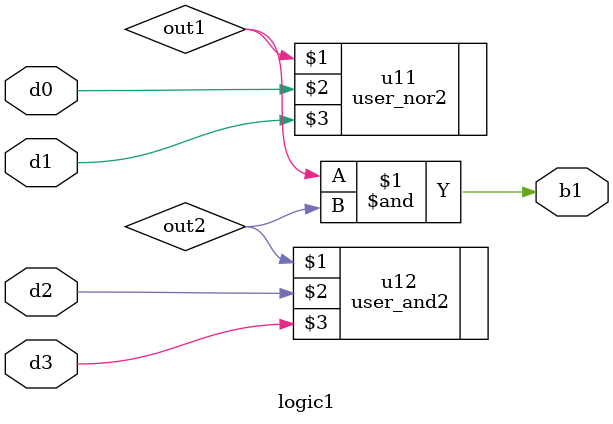
<source format=v>
module logic1(b1,d0,d1,d2,d3);

input d0,d1,d2,d3;
wire out1,out2;
output b1;
//call sub_module logic11 and logic12 
user_nor2 u11(out1,d0,d1);
user_and2 u12(out2,d2,d3);

assign b1= out1 & out2;


endmodule


</source>
